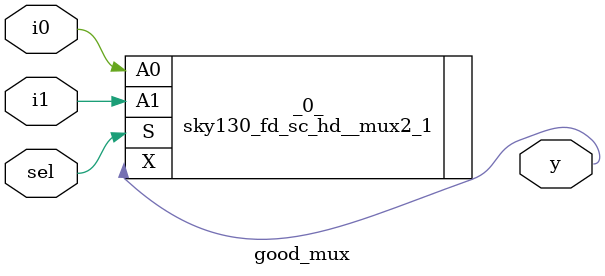
<source format=v>
/* Generated by Yosys 0.30+48 (git sha1 14d50a176d5, gcc 8.3.1 -fPIC -Os) */

module good_mux(i0, i1, sel, y);
  input i0;
  wire i0;
  input i1;
  wire i1;
  input sel;
  wire sel;
  output y;
  wire y;
  sky130_fd_sc_hd__mux2_1 _0_ (
    .A0(i0),
    .A1(i1),
    .S(sel),
    .X(y)
  );
endmodule

</source>
